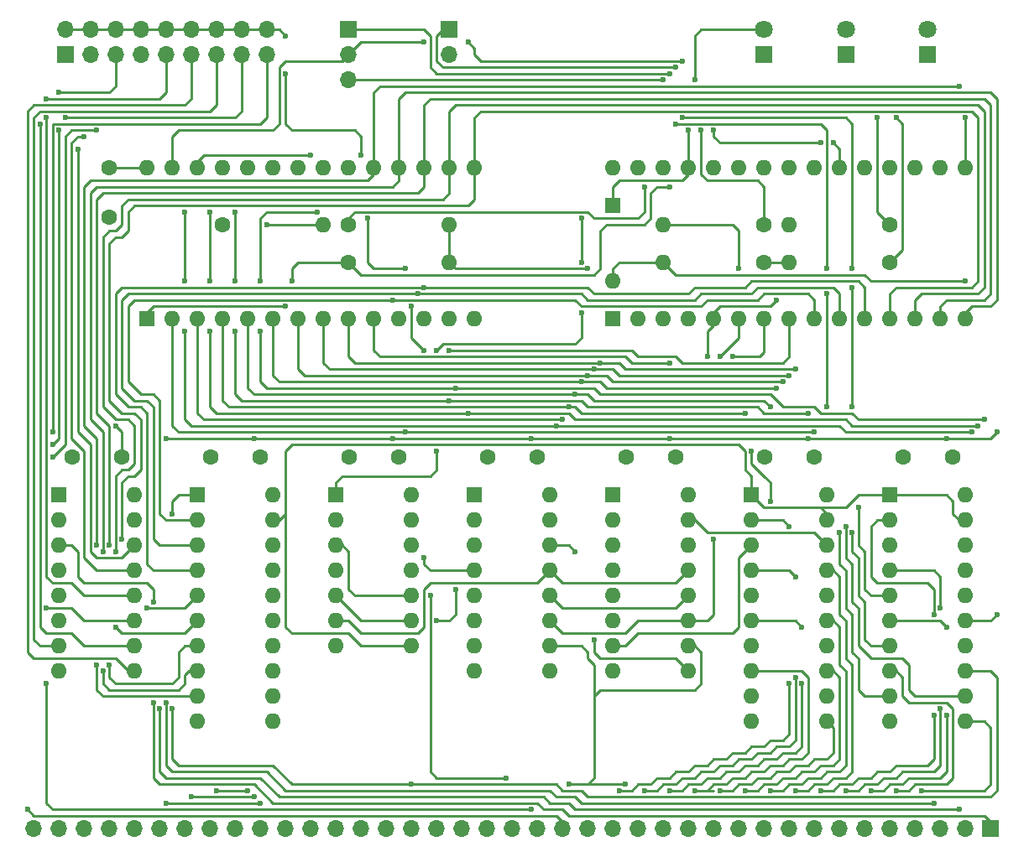
<source format=gtl>
G04 #@! TF.FileFunction,Copper,L1,Top,Signal*
%FSLAX46Y46*%
G04 Gerber Fmt 4.6, Leading zero omitted, Abs format (unit mm)*
G04 Created by KiCad (PCBNEW 4.0.7) date 09/22/19 17:45:42*
%MOMM*%
%LPD*%
G01*
G04 APERTURE LIST*
%ADD10C,0.100000*%
%ADD11R,1.600000X1.600000*%
%ADD12O,1.600000X1.600000*%
%ADD13C,1.600000*%
%ADD14R,1.700000X1.700000*%
%ADD15O,1.700000X1.700000*%
%ADD16R,1.800000X1.800000*%
%ADD17C,1.800000*%
%ADD18C,0.600000*%
%ADD19C,0.250000*%
G04 APERTURE END LIST*
D10*
D11*
X154940000Y-95885000D03*
D12*
X187960000Y-80645000D03*
X157480000Y-95885000D03*
X185420000Y-80645000D03*
X160020000Y-95885000D03*
X182880000Y-80645000D03*
X162560000Y-95885000D03*
X180340000Y-80645000D03*
X165100000Y-95885000D03*
X177800000Y-80645000D03*
X167640000Y-95885000D03*
X175260000Y-80645000D03*
X170180000Y-95885000D03*
X172720000Y-80645000D03*
X172720000Y-95885000D03*
X170180000Y-80645000D03*
X175260000Y-95885000D03*
X167640000Y-80645000D03*
X177800000Y-95885000D03*
X165100000Y-80645000D03*
X180340000Y-95885000D03*
X162560000Y-80645000D03*
X182880000Y-95885000D03*
X160020000Y-80645000D03*
X185420000Y-95885000D03*
X157480000Y-80645000D03*
X187960000Y-95885000D03*
X154940000Y-80645000D03*
X190500000Y-95885000D03*
X190500000Y-80645000D03*
D13*
X105410000Y-109855000D03*
X100410000Y-109855000D03*
X133350000Y-109855000D03*
X128350000Y-109855000D03*
X161290000Y-109855000D03*
X156290000Y-109855000D03*
X147320000Y-109855000D03*
X142320000Y-109855000D03*
X104140000Y-80645000D03*
X104140000Y-85645000D03*
X175260000Y-109855000D03*
X170260000Y-109855000D03*
X189230000Y-109855000D03*
X184230000Y-109855000D03*
X119380000Y-109855000D03*
X114380000Y-109855000D03*
D14*
X193040000Y-147320000D03*
D15*
X190500000Y-147320000D03*
X187960000Y-147320000D03*
X185420000Y-147320000D03*
X182880000Y-147320000D03*
X180340000Y-147320000D03*
X177800000Y-147320000D03*
X175260000Y-147320000D03*
X172720000Y-147320000D03*
X170180000Y-147320000D03*
X167640000Y-147320000D03*
X165100000Y-147320000D03*
X162560000Y-147320000D03*
X160020000Y-147320000D03*
X157480000Y-147320000D03*
X154940000Y-147320000D03*
X152400000Y-147320000D03*
X149860000Y-147320000D03*
X147320000Y-147320000D03*
X144780000Y-147320000D03*
X142240000Y-147320000D03*
X139700000Y-147320000D03*
X137160000Y-147320000D03*
X134620000Y-147320000D03*
X132080000Y-147320000D03*
X129540000Y-147320000D03*
X127000000Y-147320000D03*
X124460000Y-147320000D03*
X121920000Y-147320000D03*
X119380000Y-147320000D03*
X116840000Y-147320000D03*
X114300000Y-147320000D03*
X111760000Y-147320000D03*
X109220000Y-147320000D03*
X106680000Y-147320000D03*
X104140000Y-147320000D03*
X101600000Y-147320000D03*
X99060000Y-147320000D03*
X96520000Y-147320000D03*
D11*
X99060000Y-113665000D03*
D12*
X106680000Y-131445000D03*
X99060000Y-116205000D03*
X106680000Y-128905000D03*
X99060000Y-118745000D03*
X106680000Y-126365000D03*
X99060000Y-121285000D03*
X106680000Y-123825000D03*
X99060000Y-123825000D03*
X106680000Y-121285000D03*
X99060000Y-126365000D03*
X106680000Y-118745000D03*
X99060000Y-128905000D03*
X106680000Y-116205000D03*
X99060000Y-131445000D03*
X106680000Y-113665000D03*
D16*
X186690000Y-69215000D03*
D17*
X186690000Y-66675000D03*
D16*
X178435000Y-69215000D03*
D17*
X178435000Y-66675000D03*
D16*
X170180000Y-69215000D03*
D17*
X170180000Y-66675000D03*
D11*
X154940000Y-84455000D03*
D12*
X154940000Y-92075000D03*
D14*
X99695000Y-69215000D03*
D15*
X99695000Y-66675000D03*
X102235000Y-69215000D03*
X102235000Y-66675000D03*
X104775000Y-69215000D03*
X104775000Y-66675000D03*
X107315000Y-69215000D03*
X107315000Y-66675000D03*
X109855000Y-69215000D03*
X109855000Y-66675000D03*
X112395000Y-69215000D03*
X112395000Y-66675000D03*
X114935000Y-69215000D03*
X114935000Y-66675000D03*
X117475000Y-69215000D03*
X117475000Y-66675000D03*
X120015000Y-69215000D03*
X120015000Y-66675000D03*
D14*
X138430000Y-66675000D03*
D15*
X138430000Y-69215000D03*
D14*
X128270000Y-66675000D03*
D15*
X128270000Y-69215000D03*
X128270000Y-71755000D03*
D13*
X182880000Y-90170000D03*
D12*
X172720000Y-90170000D03*
D13*
X182880000Y-86360000D03*
D12*
X172720000Y-86360000D03*
D13*
X170180000Y-86360000D03*
D12*
X160020000Y-86360000D03*
D13*
X170180000Y-90170000D03*
D12*
X160020000Y-90170000D03*
D11*
X127000000Y-113665000D03*
D12*
X134620000Y-128905000D03*
X127000000Y-116205000D03*
X134620000Y-126365000D03*
X127000000Y-118745000D03*
X134620000Y-123825000D03*
X127000000Y-121285000D03*
X134620000Y-121285000D03*
X127000000Y-123825000D03*
X134620000Y-118745000D03*
X127000000Y-126365000D03*
X134620000Y-116205000D03*
X127000000Y-128905000D03*
X134620000Y-113665000D03*
D11*
X154940000Y-113665000D03*
D12*
X162560000Y-131445000D03*
X154940000Y-116205000D03*
X162560000Y-128905000D03*
X154940000Y-118745000D03*
X162560000Y-126365000D03*
X154940000Y-121285000D03*
X162560000Y-123825000D03*
X154940000Y-123825000D03*
X162560000Y-121285000D03*
X154940000Y-126365000D03*
X162560000Y-118745000D03*
X154940000Y-128905000D03*
X162560000Y-116205000D03*
X154940000Y-131445000D03*
X162560000Y-113665000D03*
D11*
X140970000Y-113665000D03*
D12*
X148590000Y-131445000D03*
X140970000Y-116205000D03*
X148590000Y-128905000D03*
X140970000Y-118745000D03*
X148590000Y-126365000D03*
X140970000Y-121285000D03*
X148590000Y-123825000D03*
X140970000Y-123825000D03*
X148590000Y-121285000D03*
X140970000Y-126365000D03*
X148590000Y-118745000D03*
X140970000Y-128905000D03*
X148590000Y-116205000D03*
X140970000Y-131445000D03*
X148590000Y-113665000D03*
D11*
X107950000Y-95885000D03*
D12*
X140970000Y-80645000D03*
X110490000Y-95885000D03*
X138430000Y-80645000D03*
X113030000Y-95885000D03*
X135890000Y-80645000D03*
X115570000Y-95885000D03*
X133350000Y-80645000D03*
X118110000Y-95885000D03*
X130810000Y-80645000D03*
X120650000Y-95885000D03*
X128270000Y-80645000D03*
X123190000Y-95885000D03*
X125730000Y-80645000D03*
X125730000Y-95885000D03*
X123190000Y-80645000D03*
X128270000Y-95885000D03*
X120650000Y-80645000D03*
X130810000Y-95885000D03*
X118110000Y-80645000D03*
X133350000Y-95885000D03*
X115570000Y-80645000D03*
X135890000Y-95885000D03*
X113030000Y-80645000D03*
X138430000Y-95885000D03*
X110490000Y-80645000D03*
X140970000Y-95885000D03*
X107950000Y-80645000D03*
D11*
X168910000Y-113665000D03*
D12*
X176530000Y-136525000D03*
X168910000Y-116205000D03*
X176530000Y-133985000D03*
X168910000Y-118745000D03*
X176530000Y-131445000D03*
X168910000Y-121285000D03*
X176530000Y-128905000D03*
X168910000Y-123825000D03*
X176530000Y-126365000D03*
X168910000Y-126365000D03*
X176530000Y-123825000D03*
X168910000Y-128905000D03*
X176530000Y-121285000D03*
X168910000Y-131445000D03*
X176530000Y-118745000D03*
X168910000Y-133985000D03*
X176530000Y-116205000D03*
X168910000Y-136525000D03*
X176530000Y-113665000D03*
D11*
X182880000Y-113665000D03*
D12*
X190500000Y-136525000D03*
X182880000Y-116205000D03*
X190500000Y-133985000D03*
X182880000Y-118745000D03*
X190500000Y-131445000D03*
X182880000Y-121285000D03*
X190500000Y-128905000D03*
X182880000Y-123825000D03*
X190500000Y-126365000D03*
X182880000Y-126365000D03*
X190500000Y-123825000D03*
X182880000Y-128905000D03*
X190500000Y-121285000D03*
X182880000Y-131445000D03*
X190500000Y-118745000D03*
X182880000Y-133985000D03*
X190500000Y-116205000D03*
X182880000Y-136525000D03*
X190500000Y-113665000D03*
D11*
X113030000Y-113665000D03*
D12*
X120650000Y-136525000D03*
X113030000Y-116205000D03*
X120650000Y-133985000D03*
X113030000Y-118745000D03*
X120650000Y-131445000D03*
X113030000Y-121285000D03*
X120650000Y-128905000D03*
X113030000Y-123825000D03*
X120650000Y-126365000D03*
X113030000Y-126365000D03*
X120650000Y-123825000D03*
X113030000Y-128905000D03*
X120650000Y-121285000D03*
X113030000Y-131445000D03*
X120650000Y-118745000D03*
X113030000Y-133985000D03*
X120650000Y-116205000D03*
X113030000Y-136525000D03*
X120650000Y-113665000D03*
D13*
X128270000Y-90170000D03*
D12*
X138430000Y-90170000D03*
D13*
X128270000Y-86360000D03*
D12*
X138430000Y-86360000D03*
D13*
X115570000Y-86360000D03*
D12*
X125730000Y-86360000D03*
D18*
X164465000Y-99695000D03*
X171450000Y-93980000D03*
X167640000Y-90805000D03*
X165100000Y-118110000D03*
X165735000Y-99695000D03*
X167005000Y-99695000D03*
X138430000Y-99060000D03*
X139065000Y-123190000D03*
X137160000Y-126365000D03*
X132715000Y-93980000D03*
X135255000Y-93345000D03*
X135890000Y-92710000D03*
X161290000Y-70485000D03*
X162560000Y-76835000D03*
X105410000Y-118110000D03*
X107950000Y-125095000D03*
X104775000Y-127000000D03*
X104775000Y-119380000D03*
X104140000Y-130810000D03*
X104140000Y-118745000D03*
X103505000Y-119380000D03*
X103505000Y-131445000D03*
X189865000Y-72390000D03*
X190500000Y-75565000D03*
X102870000Y-118745000D03*
X102870000Y-130810000D03*
X152400000Y-90805000D03*
X120015000Y-86360000D03*
X156210000Y-142875000D03*
X150495000Y-142875000D03*
X190500000Y-92075000D03*
X193675000Y-125730000D03*
X109855000Y-107950000D03*
X104775000Y-106680000D03*
X193675000Y-107315000D03*
X95885000Y-145415000D03*
X188595000Y-107950000D03*
X174625000Y-107950000D03*
X160655000Y-107950000D03*
X146685000Y-107950000D03*
X132715000Y-107950000D03*
X118745000Y-107950000D03*
X108585000Y-134620000D03*
X108585000Y-124460000D03*
X189865000Y-145415000D03*
X109220000Y-135255000D03*
X187325000Y-144780000D03*
X109855000Y-134620000D03*
X186055000Y-143510000D03*
X183515000Y-143510000D03*
X188595000Y-127000000D03*
X188595000Y-135890000D03*
X180975000Y-143510000D03*
X178435000Y-143510000D03*
X187960000Y-135255000D03*
X187960000Y-125095000D03*
X187325000Y-125730000D03*
X187325000Y-135890000D03*
X175895000Y-143510000D03*
X173355000Y-143510000D03*
X170815000Y-143510000D03*
X168275000Y-143510000D03*
X165735000Y-143510000D03*
X163195000Y-143510000D03*
X160655000Y-143510000D03*
X173990000Y-127000000D03*
X173990000Y-132715000D03*
X158115000Y-143510000D03*
X173355000Y-121920000D03*
X173355000Y-132080000D03*
X155575000Y-143510000D03*
X172720000Y-132715000D03*
X172720000Y-116840000D03*
X97790000Y-132715000D03*
X146685000Y-145415000D03*
X110490000Y-135255000D03*
X110490000Y-115570000D03*
X134620000Y-142875000D03*
X114935000Y-143510000D03*
X118110000Y-143510000D03*
X118745000Y-144145000D03*
X112395000Y-144145000D03*
X109855000Y-144780000D03*
X119380000Y-144780000D03*
X99695000Y-75565000D03*
X98425000Y-108585000D03*
X99060000Y-76835000D03*
X98425000Y-107315000D03*
X97790000Y-73660000D03*
X97155000Y-76200000D03*
X97790000Y-125095000D03*
X102870000Y-76835000D03*
X98425000Y-109855000D03*
X99060000Y-73025000D03*
X97790000Y-75565000D03*
X101600000Y-77470000D03*
X100965000Y-78740000D03*
X183515000Y-75565000D03*
X181610000Y-75565000D03*
X163195000Y-71755000D03*
X163830000Y-76835000D03*
X130175000Y-85725000D03*
X133985000Y-90805000D03*
X135890000Y-99060000D03*
X137160000Y-109220000D03*
X134620000Y-94615000D03*
X121920000Y-67310000D03*
X121920000Y-71120000D03*
X129540000Y-79375000D03*
X179070000Y-104775000D03*
X179070000Y-92710000D03*
X179070000Y-90805000D03*
X179705000Y-114935000D03*
X160655000Y-71120000D03*
X161925000Y-75565000D03*
X140335000Y-67945000D03*
X135890000Y-67945000D03*
X177165000Y-78105000D03*
X175895000Y-78105000D03*
X165100000Y-76835000D03*
X161925000Y-69850000D03*
X176530000Y-104775000D03*
X160020000Y-71755000D03*
X161290000Y-76200000D03*
X176530000Y-93345000D03*
X176530000Y-90805000D03*
X179070000Y-117475000D03*
X173355000Y-100965000D03*
X153670000Y-100330000D03*
X151130000Y-119380000D03*
X153035000Y-128270000D03*
X172720000Y-101600000D03*
X153035000Y-100965000D03*
X172085000Y-102235000D03*
X152400000Y-101600000D03*
X171450000Y-102870000D03*
X151765000Y-102235000D03*
X170815000Y-104775000D03*
X151130000Y-103505000D03*
X168275000Y-105410000D03*
X170815000Y-114300000D03*
X168910000Y-109220000D03*
X150495000Y-104775000D03*
X149860000Y-106045000D03*
X160655000Y-100330000D03*
X191770000Y-106680000D03*
X140335000Y-105410000D03*
X114300000Y-85090000D03*
X114300000Y-92075000D03*
X114300000Y-97155000D03*
X125095000Y-85090000D03*
X192405000Y-106045000D03*
X139065000Y-102870000D03*
X119380000Y-97155000D03*
X119380000Y-92075000D03*
X174625000Y-105410000D03*
X138430000Y-104140000D03*
X178435000Y-116840000D03*
X116840000Y-97155000D03*
X116840000Y-92075000D03*
X116840000Y-85090000D03*
X177800000Y-117475000D03*
X175260000Y-107315000D03*
X133985000Y-107315000D03*
X135890000Y-120015000D03*
X111760000Y-92075000D03*
X111760000Y-85090000D03*
X191135000Y-107315000D03*
X111760000Y-97155000D03*
X149225000Y-106680000D03*
X158115000Y-82550000D03*
X124460000Y-79375000D03*
X122555000Y-92075000D03*
X160655000Y-82550000D03*
X121920000Y-94615000D03*
X151765000Y-85725000D03*
X136525000Y-123825000D03*
X137160000Y-99060000D03*
X144145000Y-142240000D03*
X151765000Y-90170000D03*
X151765000Y-95250000D03*
D19*
X165100000Y-96520000D02*
X164465000Y-97155000D01*
X164465000Y-97155000D02*
X164465000Y-99695000D01*
X165100000Y-96520000D02*
X165100000Y-95885000D01*
X165100000Y-96520000D02*
X165100000Y-95885000D01*
X165735000Y-94615000D02*
X165100000Y-95250000D01*
X170815000Y-94615000D02*
X165735000Y-94615000D01*
X171450000Y-93980000D02*
X170815000Y-94615000D01*
X165100000Y-95250000D02*
X165100000Y-95885000D01*
X167640000Y-90805000D02*
X167640000Y-86995000D01*
X166370000Y-99060000D02*
X165735000Y-99695000D01*
X165100000Y-125730000D02*
X165100000Y-118110000D01*
X164465000Y-126365000D02*
X165100000Y-125730000D01*
X162560000Y-126365000D02*
X164465000Y-126365000D01*
X167640000Y-97790000D02*
X166370000Y-99060000D01*
X167640000Y-97790000D02*
X167640000Y-95885000D01*
X167640000Y-95885000D02*
X167640000Y-96520000D01*
X162560000Y-126365000D02*
X157480000Y-126365000D01*
X157480000Y-126365000D02*
X156210000Y-127635000D01*
X148590000Y-126365000D02*
X149860000Y-127635000D01*
X149860000Y-127635000D02*
X156210000Y-127635000D01*
X160020000Y-86360000D02*
X167005000Y-86360000D01*
X167005000Y-86360000D02*
X167640000Y-86995000D01*
X170180000Y-98425000D02*
X170180000Y-99244998D01*
X169729998Y-99695000D02*
X167005000Y-99695000D01*
X170180000Y-99244998D02*
X169729998Y-99695000D01*
X170180000Y-98425000D02*
X170180000Y-95885000D01*
X148590000Y-123825000D02*
X149860000Y-125095000D01*
X161290000Y-125095000D02*
X162560000Y-123825000D01*
X149860000Y-125095000D02*
X161290000Y-125095000D01*
X156845000Y-99060000D02*
X157480000Y-99695000D01*
X172720000Y-99695000D02*
X172720000Y-99060000D01*
X172085000Y-100330000D02*
X172720000Y-99695000D01*
X161925000Y-100330000D02*
X172085000Y-100330000D01*
X161290000Y-99695000D02*
X161925000Y-100330000D01*
X157480000Y-99695000D02*
X161290000Y-99695000D01*
X138430000Y-99060000D02*
X141605000Y-99060000D01*
X139065000Y-124460000D02*
X139065000Y-125730000D01*
X139065000Y-123190000D02*
X139065000Y-124460000D01*
X138430000Y-126365000D02*
X137160000Y-126365000D01*
X139065000Y-125730000D02*
X138430000Y-126365000D01*
X156845000Y-99060000D02*
X141605000Y-99060000D01*
X172720000Y-95885000D02*
X172720000Y-99060000D01*
X128270000Y-125095000D02*
X129540000Y-126365000D01*
X129540000Y-126365000D02*
X134620000Y-126365000D01*
X127000000Y-123825000D02*
X128270000Y-125095000D01*
X172720000Y-90170000D02*
X170180000Y-90170000D01*
X151130000Y-93980000D02*
X132715000Y-93980000D01*
X132715000Y-93980000D02*
X106680000Y-93980000D01*
X106680000Y-93980000D02*
X106045000Y-94615000D01*
X175260000Y-94615000D02*
X175260000Y-93980000D01*
X174625000Y-93345000D02*
X173990000Y-93345000D01*
X175260000Y-93980000D02*
X174625000Y-93345000D01*
X151130000Y-93980000D02*
X151765000Y-94615000D01*
X169545000Y-93980000D02*
X164465000Y-93980000D01*
X173990000Y-93345000D02*
X170180000Y-93345000D01*
X175260000Y-95885000D02*
X175260000Y-94615000D01*
X170180000Y-93345000D02*
X169545000Y-93980000D01*
X163830000Y-94615000D02*
X151765000Y-94615000D01*
X164465000Y-93980000D02*
X163830000Y-94615000D01*
X106045000Y-95250000D02*
X106045000Y-94615000D01*
X108585000Y-103505000D02*
X107315000Y-103505000D01*
X109220000Y-104140000D02*
X108585000Y-103505000D01*
X109855000Y-116205000D02*
X113030000Y-116205000D01*
X109220000Y-115570000D02*
X109220000Y-109220000D01*
X109855000Y-116205000D02*
X109220000Y-115570000D01*
X109220000Y-109220000D02*
X109220000Y-104140000D01*
X106045000Y-102235000D02*
X106045000Y-95250000D01*
X107315000Y-103505000D02*
X106045000Y-102235000D01*
X135255000Y-93345000D02*
X106045000Y-93345000D01*
X106045000Y-93345000D02*
X105410000Y-93980000D01*
X151765000Y-93345000D02*
X135255000Y-93345000D01*
X152400000Y-93980000D02*
X151765000Y-93345000D01*
X105410000Y-93980000D02*
X105410000Y-94615000D01*
X168910000Y-93345000D02*
X163830000Y-93345000D01*
X163830000Y-93345000D02*
X163195000Y-93980000D01*
X163195000Y-93980000D02*
X152400000Y-93980000D01*
X169545000Y-92710000D02*
X168910000Y-93345000D01*
X105410000Y-98425000D02*
X105410000Y-94615000D01*
X107950000Y-104140000D02*
X106680000Y-104140000D01*
X108585000Y-104775000D02*
X107950000Y-104140000D01*
X109220000Y-118745000D02*
X113030000Y-118745000D01*
X108585000Y-118110000D02*
X108585000Y-109855000D01*
X109220000Y-118745000D02*
X108585000Y-118110000D01*
X108585000Y-109855000D02*
X108585000Y-104775000D01*
X105410000Y-102870000D02*
X105410000Y-98425000D01*
X106680000Y-104140000D02*
X105410000Y-102870000D01*
X177800000Y-95885000D02*
X177800000Y-93345000D01*
X177165000Y-92710000D02*
X169545000Y-92710000D01*
X177800000Y-93345000D02*
X177165000Y-92710000D01*
X135890000Y-92710000D02*
X105410000Y-92710000D01*
X105410000Y-92710000D02*
X104775000Y-93345000D01*
X152400000Y-92710000D02*
X135890000Y-92710000D01*
X104775000Y-93980000D02*
X104775000Y-93345000D01*
X104775000Y-99060000D02*
X104775000Y-93980000D01*
X106045000Y-104775000D02*
X104775000Y-103505000D01*
X104775000Y-103505000D02*
X104775000Y-99060000D01*
X107950000Y-110490000D02*
X107950000Y-105410000D01*
X108585000Y-121285000D02*
X107950000Y-120650000D01*
X107950000Y-120650000D02*
X107950000Y-110490000D01*
X108585000Y-121285000D02*
X113030000Y-121285000D01*
X107950000Y-105410000D02*
X107315000Y-104775000D01*
X107315000Y-104775000D02*
X106045000Y-104775000D01*
X152400000Y-92710000D02*
X153035000Y-93345000D01*
X165735000Y-92710000D02*
X168275000Y-92710000D01*
X180340000Y-92710000D02*
X179705000Y-92075000D01*
X179705000Y-92075000D02*
X168910000Y-92075000D01*
X180340000Y-95885000D02*
X180340000Y-92710000D01*
X168275000Y-92710000D02*
X168910000Y-92075000D01*
X153035000Y-93345000D02*
X162560000Y-93345000D01*
X163195000Y-92710000D02*
X165735000Y-92710000D01*
X162560000Y-93345000D02*
X163195000Y-92710000D01*
X137160000Y-67310000D02*
X137795000Y-66675000D01*
X161290000Y-70485000D02*
X137795000Y-70485000D01*
X137795000Y-70485000D02*
X137160000Y-69850000D01*
X137160000Y-69850000D02*
X137160000Y-67310000D01*
X137795000Y-66675000D02*
X138430000Y-66675000D01*
X162560000Y-76835000D02*
X162560000Y-80645000D01*
X162560000Y-80645000D02*
X162560000Y-81280000D01*
X162560000Y-81280000D02*
X161925000Y-81915000D01*
X161925000Y-81915000D02*
X155575000Y-81915000D01*
X155575000Y-81915000D02*
X154940000Y-82550000D01*
X154940000Y-82550000D02*
X154940000Y-84455000D01*
X140970000Y-83185000D02*
X140970000Y-83820000D01*
X106680000Y-84455000D02*
X106045000Y-85090000D01*
X140335000Y-84455000D02*
X106680000Y-84455000D01*
X140970000Y-83820000D02*
X140335000Y-84455000D01*
X104140000Y-99060000D02*
X104140000Y-88265000D01*
X104140000Y-88265000D02*
X104775000Y-87630000D01*
X104775000Y-87630000D02*
X105410000Y-87630000D01*
X105410000Y-87630000D02*
X106045000Y-86995000D01*
X106045000Y-86995000D02*
X106045000Y-85090000D01*
X111760000Y-125095000D02*
X107950000Y-125095000D01*
X105410000Y-105410000D02*
X106680000Y-105410000D01*
X105410000Y-112395000D02*
X106045000Y-111760000D01*
X106045000Y-111760000D02*
X106680000Y-111760000D01*
X106680000Y-111760000D02*
X107315000Y-111125000D01*
X107315000Y-111125000D02*
X107315000Y-108585000D01*
X105410000Y-105410000D02*
X104140000Y-104140000D01*
X104140000Y-99060000D02*
X104140000Y-104140000D01*
X113030000Y-123825000D02*
X111760000Y-125095000D01*
X107315000Y-107315000D02*
X107315000Y-108585000D01*
X107315000Y-106045000D02*
X107315000Y-107315000D01*
X106680000Y-105410000D02*
X107315000Y-106045000D01*
X105410000Y-112395000D02*
X105410000Y-118110000D01*
X140970000Y-83185000D02*
X140970000Y-80645000D01*
X165100000Y-74930000D02*
X141605000Y-74930000D01*
X191770000Y-75565000D02*
X191135000Y-74930000D01*
X191135000Y-74930000D02*
X165100000Y-74930000D01*
X190500000Y-92710000D02*
X191135000Y-92710000D01*
X182880000Y-95885000D02*
X182880000Y-93345000D01*
X183515000Y-92710000D02*
X190500000Y-92710000D01*
X182880000Y-93345000D02*
X183515000Y-92710000D01*
X191770000Y-92075000D02*
X191770000Y-80010000D01*
X191135000Y-92710000D02*
X191770000Y-92075000D01*
X191770000Y-80010000D02*
X191770000Y-75565000D01*
X140970000Y-75565000D02*
X140970000Y-80645000D01*
X141605000Y-74930000D02*
X140970000Y-75565000D01*
X138430000Y-82550000D02*
X138430000Y-83185000D01*
X106045000Y-83820000D02*
X105410000Y-84455000D01*
X137795000Y-83820000D02*
X106045000Y-83820000D01*
X138430000Y-83185000D02*
X137795000Y-83820000D01*
X103505000Y-99060000D02*
X103505000Y-87630000D01*
X103505000Y-87630000D02*
X104140000Y-86995000D01*
X104140000Y-86995000D02*
X104775000Y-86995000D01*
X104775000Y-86995000D02*
X105410000Y-86360000D01*
X105410000Y-86360000D02*
X105410000Y-84455000D01*
X106680000Y-107950000D02*
X106680000Y-106680000D01*
X103505000Y-99060000D02*
X103505000Y-104775000D01*
X105410000Y-127635000D02*
X104775000Y-127000000D01*
X104775000Y-119380000D02*
X104775000Y-111760000D01*
X104775000Y-111760000D02*
X105410000Y-111125000D01*
X105410000Y-111125000D02*
X106045000Y-111125000D01*
X106045000Y-111125000D02*
X106680000Y-110490000D01*
X106680000Y-110490000D02*
X106680000Y-109220000D01*
X113030000Y-126365000D02*
X111760000Y-127635000D01*
X111760000Y-127635000D02*
X105410000Y-127635000D01*
X106680000Y-107950000D02*
X106680000Y-109220000D01*
X104775000Y-106045000D02*
X103505000Y-104775000D01*
X106045000Y-106045000D02*
X104775000Y-106045000D01*
X106680000Y-106680000D02*
X106045000Y-106045000D01*
X138430000Y-82550000D02*
X138430000Y-80645000D01*
X156845000Y-74295000D02*
X139065000Y-74295000D01*
X192405000Y-74930000D02*
X191770000Y-74295000D01*
X191770000Y-74295000D02*
X156845000Y-74295000D01*
X192405000Y-76835000D02*
X192405000Y-87630000D01*
X191770000Y-93345000D02*
X192405000Y-92710000D01*
X192405000Y-92710000D02*
X192405000Y-87630000D01*
X185420000Y-93980000D02*
X186055000Y-93345000D01*
X186055000Y-93345000D02*
X191135000Y-93345000D01*
X185420000Y-95885000D02*
X185420000Y-93980000D01*
X191135000Y-93345000D02*
X191770000Y-93345000D01*
X192405000Y-76835000D02*
X192405000Y-74930000D01*
X138430000Y-74930000D02*
X138430000Y-80645000D01*
X139065000Y-74295000D02*
X138430000Y-74930000D01*
X135890000Y-81915000D02*
X135890000Y-82550000D01*
X103505000Y-83185000D02*
X102870000Y-83820000D01*
X135255000Y-83185000D02*
X103505000Y-83185000D01*
X135890000Y-82550000D02*
X135255000Y-83185000D01*
X102870000Y-94615000D02*
X102870000Y-83820000D01*
X104140000Y-118745000D02*
X104140000Y-106680000D01*
X104775000Y-132715000D02*
X104140000Y-132080000D01*
X104140000Y-132080000D02*
X104140000Y-130810000D01*
X113030000Y-128905000D02*
X111760000Y-128905000D01*
X110490000Y-132715000D02*
X108585000Y-132715000D01*
X111125000Y-132080000D02*
X110490000Y-132715000D01*
X111125000Y-129540000D02*
X111125000Y-132080000D01*
X111760000Y-128905000D02*
X111125000Y-129540000D01*
X108585000Y-132715000D02*
X104775000Y-132715000D01*
X102870000Y-105410000D02*
X102870000Y-94615000D01*
X104140000Y-106680000D02*
X102870000Y-105410000D01*
X135890000Y-81915000D02*
X135890000Y-80645000D01*
X155575000Y-73660000D02*
X136525000Y-73660000D01*
X193040000Y-74295000D02*
X192405000Y-73660000D01*
X192405000Y-73660000D02*
X155575000Y-73660000D01*
X191770000Y-93980000D02*
X192405000Y-93980000D01*
X193040000Y-93345000D02*
X193040000Y-78105000D01*
X192405000Y-93980000D02*
X193040000Y-93345000D01*
X193040000Y-78105000D02*
X193040000Y-74295000D01*
X135890000Y-74295000D02*
X135890000Y-80645000D01*
X136525000Y-73660000D02*
X135890000Y-74295000D01*
X187960000Y-94615000D02*
X188595000Y-93980000D01*
X188595000Y-93980000D02*
X191770000Y-93980000D01*
X191770000Y-93980000D02*
X191954998Y-93980000D01*
X187960000Y-94615000D02*
X187960000Y-95885000D01*
X133350000Y-80645000D02*
X133350000Y-81915000D01*
X102870000Y-82550000D02*
X102235000Y-83185000D01*
X132715000Y-82550000D02*
X102870000Y-82550000D01*
X133350000Y-81915000D02*
X132715000Y-82550000D01*
X133350000Y-81280000D02*
X133350000Y-80645000D01*
X102235000Y-93980000D02*
X102235000Y-83185000D01*
X113030000Y-131445000D02*
X112210002Y-131445000D01*
X111760000Y-131895002D02*
X111760000Y-132715000D01*
X112210002Y-131445000D02*
X111760000Y-131895002D01*
X111760000Y-132715000D02*
X111125000Y-133350000D01*
X102235000Y-106045000D02*
X102235000Y-93980000D01*
X103505000Y-107315000D02*
X102235000Y-106045000D01*
X103505000Y-119380000D02*
X103505000Y-107315000D01*
X103505000Y-132715000D02*
X103505000Y-131445000D01*
X104140000Y-133350000D02*
X103505000Y-132715000D01*
X111125000Y-133350000D02*
X104140000Y-133350000D01*
X154940000Y-73025000D02*
X133985000Y-73025000D01*
X193675000Y-73660000D02*
X193040000Y-73025000D01*
X193040000Y-73025000D02*
X154940000Y-73025000D01*
X192405000Y-94615000D02*
X193040000Y-94615000D01*
X193675000Y-93980000D02*
X193675000Y-76835000D01*
X193040000Y-94615000D02*
X193675000Y-93980000D01*
X190500000Y-95250000D02*
X191135000Y-94615000D01*
X191135000Y-94615000D02*
X192405000Y-94615000D01*
X193675000Y-76835000D02*
X193675000Y-73660000D01*
X133350000Y-73660000D02*
X133350000Y-80645000D01*
X133985000Y-73025000D02*
X133350000Y-73660000D01*
X190500000Y-95885000D02*
X190500000Y-95250000D01*
X190500000Y-80645000D02*
X190500000Y-75565000D01*
X189865000Y-72390000D02*
X161925000Y-72390000D01*
X130810000Y-73025000D02*
X131445000Y-72390000D01*
X131445000Y-72390000D02*
X161925000Y-72390000D01*
X130810000Y-73025000D02*
X130810000Y-80645000D01*
X130810000Y-80645000D02*
X130810000Y-81280000D01*
X130810000Y-81280000D02*
X130175000Y-81915000D01*
X102235000Y-81915000D02*
X101600000Y-82550000D01*
X130175000Y-81915000D02*
X102235000Y-81915000D01*
X101600000Y-93980000D02*
X101600000Y-82550000D01*
X102870000Y-132080000D02*
X102870000Y-130810000D01*
X103505000Y-133985000D02*
X102870000Y-133350000D01*
X102870000Y-133350000D02*
X102870000Y-132080000D01*
X113030000Y-133985000D02*
X103505000Y-133985000D01*
X101600000Y-106680000D02*
X101600000Y-99060000D01*
X102870000Y-107950000D02*
X101600000Y-106680000D01*
X102870000Y-118745000D02*
X102870000Y-107950000D01*
X101600000Y-93980000D02*
X101600000Y-99060000D01*
X138430000Y-90170000D02*
X139065000Y-90805000D01*
X139065000Y-90805000D02*
X152400000Y-90805000D01*
X120015000Y-86360000D02*
X125730000Y-86360000D01*
X138430000Y-90170000D02*
X138430000Y-86360000D01*
X153035000Y-136525000D02*
X153035000Y-142240000D01*
X153035000Y-133985000D02*
X153035000Y-136525000D01*
X153035000Y-142240000D02*
X152400000Y-142875000D01*
X153035000Y-133985000D02*
X153670000Y-133350000D01*
X163195000Y-133350000D02*
X163830000Y-132715000D01*
X153670000Y-133350000D02*
X163195000Y-133350000D01*
X163830000Y-129540000D02*
X163195000Y-128905000D01*
X163830000Y-129540000D02*
X163830000Y-132080000D01*
X163830000Y-132715000D02*
X163830000Y-132080000D01*
X153035000Y-133350000D02*
X153035000Y-133985000D01*
X153035000Y-132715000D02*
X153035000Y-133350000D01*
X148590000Y-128905000D02*
X151765000Y-128905000D01*
X153035000Y-130810000D02*
X153035000Y-132715000D01*
X152400000Y-130175000D02*
X153035000Y-130810000D01*
X152400000Y-129540000D02*
X152400000Y-130175000D01*
X151765000Y-128905000D02*
X152400000Y-129540000D01*
X152400000Y-142875000D02*
X156210000Y-142875000D01*
X150495000Y-142875000D02*
X152400000Y-142875000D01*
X162560000Y-128905000D02*
X163195000Y-128905000D01*
X148590000Y-128905000D02*
X149225000Y-128905000D01*
X160020000Y-90170000D02*
X161290000Y-91440000D01*
X180975000Y-92075000D02*
X190500000Y-92075000D01*
X180340000Y-91440000D02*
X180975000Y-92075000D01*
X161290000Y-91440000D02*
X180340000Y-91440000D01*
X160020000Y-90170000D02*
X155575000Y-90170000D01*
X154940000Y-90805000D02*
X154940000Y-92075000D01*
X155575000Y-90170000D02*
X154940000Y-90805000D01*
X193040000Y-126365000D02*
X190500000Y-126365000D01*
X193675000Y-125730000D02*
X193040000Y-126365000D01*
X111125000Y-107950000D02*
X109855000Y-107950000D01*
X118745000Y-107950000D02*
X111125000Y-107950000D01*
X105410000Y-109855000D02*
X105410000Y-107315000D01*
X105410000Y-107315000D02*
X104775000Y-106680000D01*
X193040000Y-107950000D02*
X188595000Y-107950000D01*
X193675000Y-107315000D02*
X193040000Y-107950000D01*
X149860000Y-146685000D02*
X149225000Y-146050000D01*
X149225000Y-146050000D02*
X96520000Y-146050000D01*
X96520000Y-146050000D02*
X95885000Y-145415000D01*
X174625000Y-107950000D02*
X188595000Y-107950000D01*
X160655000Y-107950000D02*
X174625000Y-107950000D01*
X146685000Y-107950000D02*
X160655000Y-107950000D01*
X132715000Y-107950000D02*
X146685000Y-107950000D01*
X118745000Y-107950000D02*
X132715000Y-107950000D01*
X149860000Y-147320000D02*
X149860000Y-146685000D01*
X104140000Y-80645000D02*
X107950000Y-80645000D01*
X133350000Y-144780000D02*
X147320000Y-144780000D01*
X118745000Y-142875000D02*
X120650000Y-144780000D01*
X120650000Y-144780000D02*
X133350000Y-144780000D01*
X100330000Y-118745000D02*
X100965000Y-119380000D01*
X100965000Y-119380000D02*
X100965000Y-121920000D01*
X100965000Y-121920000D02*
X101600000Y-122555000D01*
X101600000Y-122555000D02*
X107315000Y-122555000D01*
X99060000Y-118745000D02*
X100330000Y-118745000D01*
X107950000Y-122555000D02*
X108585000Y-123190000D01*
X108585000Y-123190000D02*
X108585000Y-124460000D01*
X107315000Y-122555000D02*
X107950000Y-122555000D01*
X109220000Y-142875000D02*
X116205000Y-142875000D01*
X116205000Y-142875000D02*
X118745000Y-142875000D01*
X108585000Y-142240000D02*
X109220000Y-142875000D01*
X108585000Y-134620000D02*
X108585000Y-142240000D01*
X192405000Y-146050000D02*
X193040000Y-146685000D01*
X150495000Y-146050000D02*
X192405000Y-146050000D01*
X149860000Y-145415000D02*
X150495000Y-146050000D01*
X147955000Y-145415000D02*
X149860000Y-145415000D01*
X147320000Y-144780000D02*
X147955000Y-145415000D01*
X193040000Y-146685000D02*
X193040000Y-147320000D01*
X99060000Y-118745000D02*
X99695000Y-118745000D01*
X147955000Y-144145000D02*
X148590000Y-144780000D01*
X151130000Y-145415000D02*
X189865000Y-145415000D01*
X150495000Y-144780000D02*
X151130000Y-145415000D01*
X148590000Y-144780000D02*
X150495000Y-144780000D01*
X147955000Y-144145000D02*
X133350000Y-144145000D01*
X109220000Y-135255000D02*
X109220000Y-141605000D01*
X109220000Y-141605000D02*
X109855000Y-142240000D01*
X109855000Y-142240000D02*
X119380000Y-142240000D01*
X119380000Y-142240000D02*
X121285000Y-144145000D01*
X121285000Y-144145000D02*
X133350000Y-144145000D01*
X148590000Y-143510000D02*
X149225000Y-144145000D01*
X151765000Y-144780000D02*
X187325000Y-144780000D01*
X151130000Y-144145000D02*
X151765000Y-144780000D01*
X149225000Y-144145000D02*
X151130000Y-144145000D01*
X121920000Y-143510000D02*
X148590000Y-143510000D01*
X120015000Y-141605000D02*
X121920000Y-143510000D01*
X110490000Y-141605000D02*
X120015000Y-141605000D01*
X109855000Y-140970000D02*
X110490000Y-141605000D01*
X109855000Y-134620000D02*
X109855000Y-140970000D01*
X190500000Y-136525000D02*
X192405000Y-136525000D01*
X192405000Y-143510000D02*
X186055000Y-143510000D01*
X193040000Y-142875000D02*
X192405000Y-143510000D01*
X193040000Y-137160000D02*
X193040000Y-142875000D01*
X192405000Y-136525000D02*
X193040000Y-137160000D01*
X189230000Y-137160000D02*
X189230000Y-135255000D01*
X184785000Y-134620000D02*
X184150000Y-133985000D01*
X188595000Y-134620000D02*
X184785000Y-134620000D01*
X189230000Y-135255000D02*
X188595000Y-134620000D01*
X189230000Y-137795000D02*
X189230000Y-137160000D01*
X183515000Y-143510000D02*
X184785000Y-143510000D01*
X184785000Y-143510000D02*
X185420000Y-142875000D01*
X185420000Y-142875000D02*
X188595000Y-142875000D01*
X188595000Y-142875000D02*
X189230000Y-142240000D01*
X189230000Y-142240000D02*
X189230000Y-137795000D01*
X184150000Y-132080000D02*
X183515000Y-131445000D01*
X184150000Y-133985000D02*
X184150000Y-132080000D01*
X183515000Y-131445000D02*
X182880000Y-131445000D01*
X188595000Y-127000000D02*
X187960000Y-126365000D01*
X180975000Y-143510000D02*
X182245000Y-143510000D01*
X182245000Y-143510000D02*
X182880000Y-142875000D01*
X182880000Y-142875000D02*
X184150000Y-142875000D01*
X184150000Y-142875000D02*
X184785000Y-142240000D01*
X184785000Y-142240000D02*
X187960000Y-142240000D01*
X187960000Y-142240000D02*
X188595000Y-141605000D01*
X188595000Y-141605000D02*
X188595000Y-135890000D01*
X187960000Y-126365000D02*
X182880000Y-126365000D01*
X187960000Y-121920000D02*
X187960000Y-125095000D01*
X178435000Y-143510000D02*
X179705000Y-143510000D01*
X179705000Y-143510000D02*
X180340000Y-142875000D01*
X180340000Y-142875000D02*
X181610000Y-142875000D01*
X181610000Y-142875000D02*
X182245000Y-142240000D01*
X182245000Y-142240000D02*
X183515000Y-142240000D01*
X183515000Y-142240000D02*
X184150000Y-141605000D01*
X184150000Y-141605000D02*
X187325000Y-141605000D01*
X187325000Y-141605000D02*
X187960000Y-140970000D01*
X187960000Y-140970000D02*
X187960000Y-135255000D01*
X187960000Y-121920000D02*
X187325000Y-121285000D01*
X182880000Y-121285000D02*
X187325000Y-121285000D01*
X182880000Y-116205000D02*
X181610000Y-116205000D01*
X187325000Y-123190000D02*
X187325000Y-125730000D01*
X186690000Y-122555000D02*
X187325000Y-123190000D01*
X181610000Y-122555000D02*
X186690000Y-122555000D01*
X180975000Y-121920000D02*
X181610000Y-122555000D01*
X180975000Y-116840000D02*
X180975000Y-121920000D01*
X181610000Y-116205000D02*
X180975000Y-116840000D01*
X187325000Y-140335000D02*
X187325000Y-135890000D01*
X186690000Y-140970000D02*
X187325000Y-140335000D01*
X183515000Y-140970000D02*
X186690000Y-140970000D01*
X182880000Y-141605000D02*
X183515000Y-140970000D01*
X181610000Y-141605000D02*
X182880000Y-141605000D01*
X180975000Y-142240000D02*
X181610000Y-141605000D01*
X179705000Y-142240000D02*
X180975000Y-142240000D01*
X179070000Y-142875000D02*
X179705000Y-142240000D01*
X177800000Y-142875000D02*
X179070000Y-142875000D01*
X177165000Y-143510000D02*
X177800000Y-142875000D01*
X175895000Y-143510000D02*
X177165000Y-143510000D01*
X177165000Y-142240000D02*
X178435000Y-142240000D01*
X179070000Y-141605000D02*
X179070000Y-140335000D01*
X178435000Y-142240000D02*
X179070000Y-141605000D01*
X175260000Y-142875000D02*
X174625000Y-143510000D01*
X174625000Y-143510000D02*
X173355000Y-143510000D01*
X179070000Y-137795000D02*
X179070000Y-130810000D01*
X177165000Y-121285000D02*
X177800000Y-121920000D01*
X176530000Y-142875000D02*
X175260000Y-142875000D01*
X177165000Y-142240000D02*
X176530000Y-142875000D01*
X179070000Y-137795000D02*
X179070000Y-140335000D01*
X177800000Y-125730000D02*
X177800000Y-122555000D01*
X178435000Y-126365000D02*
X177800000Y-125730000D01*
X178435000Y-130175000D02*
X178435000Y-126365000D01*
X179070000Y-130810000D02*
X178435000Y-130175000D01*
X177800000Y-122555000D02*
X177800000Y-121920000D01*
X177165000Y-121285000D02*
X176530000Y-121285000D01*
X178435000Y-139700000D02*
X178435000Y-140970000D01*
X177800000Y-141605000D02*
X176530000Y-141605000D01*
X178435000Y-140970000D02*
X177800000Y-141605000D01*
X175895000Y-142240000D02*
X176530000Y-141605000D01*
X174625000Y-142240000D02*
X175895000Y-142240000D01*
X170815000Y-143510000D02*
X172085000Y-143510000D01*
X172085000Y-143510000D02*
X172720000Y-142875000D01*
X172720000Y-142875000D02*
X173990000Y-142875000D01*
X173990000Y-142875000D02*
X174625000Y-142240000D01*
X176530000Y-126365000D02*
X177165000Y-126365000D01*
X177165000Y-126365000D02*
X177800000Y-127000000D01*
X178435000Y-137160000D02*
X178435000Y-131445000D01*
X178435000Y-137160000D02*
X178435000Y-139700000D01*
X177800000Y-130810000D02*
X177800000Y-127000000D01*
X178435000Y-131445000D02*
X177800000Y-130810000D01*
X177800000Y-139065000D02*
X177800000Y-140335000D01*
X177165000Y-140970000D02*
X175895000Y-140970000D01*
X177800000Y-140335000D02*
X177165000Y-140970000D01*
X175260000Y-141605000D02*
X175895000Y-140970000D01*
X173990000Y-141605000D02*
X175260000Y-141605000D01*
X168275000Y-143510000D02*
X169545000Y-143510000D01*
X169545000Y-143510000D02*
X170180000Y-142875000D01*
X170180000Y-142875000D02*
X171450000Y-142875000D01*
X171450000Y-142875000D02*
X172085000Y-142240000D01*
X172085000Y-142240000D02*
X173355000Y-142240000D01*
X173355000Y-142240000D02*
X173990000Y-141605000D01*
X177800000Y-137795000D02*
X177800000Y-132080000D01*
X177800000Y-139065000D02*
X177800000Y-137795000D01*
X177800000Y-132080000D02*
X177165000Y-131445000D01*
X177165000Y-131445000D02*
X176530000Y-131445000D01*
X175895000Y-140335000D02*
X176530000Y-140335000D01*
X177165000Y-137160000D02*
X176530000Y-136525000D01*
X177165000Y-139700000D02*
X177165000Y-137160000D01*
X176530000Y-140335000D02*
X177165000Y-139700000D01*
X175895000Y-140335000D02*
X175260000Y-140335000D01*
X172720000Y-141605000D02*
X173355000Y-140970000D01*
X165735000Y-143510000D02*
X167005000Y-143510000D01*
X167005000Y-143510000D02*
X167640000Y-142875000D01*
X167640000Y-142875000D02*
X168910000Y-142875000D01*
X168910000Y-142875000D02*
X169545000Y-142240000D01*
X169545000Y-142240000D02*
X170815000Y-142240000D01*
X170815000Y-142240000D02*
X171450000Y-141605000D01*
X171450000Y-141605000D02*
X172720000Y-141605000D01*
X173355000Y-140970000D02*
X174625000Y-140970000D01*
X174625000Y-140970000D02*
X175260000Y-140335000D01*
X172085000Y-140970000D02*
X172720000Y-140335000D01*
X170815000Y-140970000D02*
X172085000Y-140970000D01*
X170180000Y-141605000D02*
X170815000Y-140970000D01*
X168910000Y-141605000D02*
X170180000Y-141605000D01*
X168275000Y-142240000D02*
X168910000Y-141605000D01*
X167005000Y-142240000D02*
X168275000Y-142240000D01*
X166370000Y-142875000D02*
X167005000Y-142240000D01*
X165100000Y-142875000D02*
X166370000Y-142875000D01*
X164465000Y-143510000D02*
X165100000Y-142875000D01*
X165100000Y-143510000D02*
X164465000Y-143510000D01*
X163195000Y-143510000D02*
X165100000Y-143510000D01*
X174625000Y-139700000D02*
X174625000Y-132080000D01*
X174625000Y-132080000D02*
X173990000Y-131445000D01*
X172720000Y-140335000D02*
X173990000Y-140335000D01*
X173990000Y-140335000D02*
X174625000Y-139700000D01*
X168910000Y-131445000D02*
X173990000Y-131445000D01*
X161925000Y-143510000D02*
X162560000Y-142875000D01*
X160655000Y-143510000D02*
X161925000Y-143510000D01*
X171450000Y-140335000D02*
X172085000Y-139700000D01*
X170180000Y-140335000D02*
X171450000Y-140335000D01*
X169545000Y-140970000D02*
X170180000Y-140335000D01*
X168275000Y-140970000D02*
X169545000Y-140970000D01*
X167640000Y-141605000D02*
X168275000Y-140970000D01*
X166370000Y-141605000D02*
X167640000Y-141605000D01*
X165735000Y-142240000D02*
X166370000Y-141605000D01*
X164465000Y-142240000D02*
X165735000Y-142240000D01*
X163830000Y-142875000D02*
X164465000Y-142240000D01*
X162560000Y-142875000D02*
X163830000Y-142875000D01*
X173990000Y-139065000D02*
X173990000Y-132715000D01*
X173990000Y-127000000D02*
X173355000Y-126365000D01*
X173355000Y-139700000D02*
X173990000Y-139065000D01*
X172085000Y-139700000D02*
X173355000Y-139700000D01*
X173355000Y-126365000D02*
X168910000Y-126365000D01*
X159385000Y-143510000D02*
X160020000Y-142875000D01*
X158115000Y-143510000D02*
X159385000Y-143510000D01*
X170815000Y-139700000D02*
X171450000Y-139065000D01*
X169545000Y-139700000D02*
X170815000Y-139700000D01*
X168910000Y-140335000D02*
X169545000Y-139700000D01*
X167640000Y-140335000D02*
X168910000Y-140335000D01*
X167005000Y-140970000D02*
X167640000Y-140335000D01*
X165735000Y-140970000D02*
X167005000Y-140970000D01*
X165100000Y-141605000D02*
X165735000Y-140970000D01*
X163830000Y-141605000D02*
X165100000Y-141605000D01*
X163195000Y-142240000D02*
X163830000Y-141605000D01*
X161925000Y-142240000D02*
X163195000Y-142240000D01*
X161290000Y-142875000D02*
X161925000Y-142240000D01*
X160020000Y-142875000D02*
X161290000Y-142875000D01*
X173355000Y-138430000D02*
X173355000Y-132080000D01*
X173355000Y-121920000D02*
X172720000Y-121285000D01*
X172720000Y-139065000D02*
X173355000Y-138430000D01*
X171450000Y-139065000D02*
X172720000Y-139065000D01*
X172720000Y-121285000D02*
X168910000Y-121285000D01*
X155575000Y-143510000D02*
X156845000Y-143510000D01*
X156845000Y-143510000D02*
X157480000Y-142875000D01*
X157480000Y-142875000D02*
X158750000Y-142875000D01*
X158750000Y-142875000D02*
X159385000Y-142240000D01*
X159385000Y-142240000D02*
X160655000Y-142240000D01*
X160655000Y-142240000D02*
X161290000Y-141605000D01*
X161290000Y-141605000D02*
X162560000Y-141605000D01*
X162560000Y-141605000D02*
X163195000Y-140970000D01*
X163195000Y-140970000D02*
X164465000Y-140970000D01*
X164465000Y-140970000D02*
X165100000Y-140335000D01*
X165100000Y-140335000D02*
X166370000Y-140335000D01*
X166370000Y-140335000D02*
X167005000Y-139700000D01*
X167005000Y-139700000D02*
X168275000Y-139700000D01*
X168275000Y-139700000D02*
X168910000Y-139065000D01*
X168910000Y-139065000D02*
X170180000Y-139065000D01*
X170180000Y-139065000D02*
X170815000Y-138430000D01*
X172085000Y-116205000D02*
X172720000Y-116840000D01*
X172720000Y-132715000D02*
X172720000Y-137795000D01*
X170815000Y-138430000D02*
X172085000Y-138430000D01*
X172085000Y-138430000D02*
X172720000Y-137795000D01*
X172085000Y-116205000D02*
X168910000Y-116205000D01*
X108134998Y-145415000D02*
X98425000Y-145415000D01*
X97790000Y-132715000D02*
X97790000Y-144780000D01*
X97790000Y-144780000D02*
X98425000Y-145415000D01*
X146685000Y-145415000D02*
X135255000Y-145415000D01*
X135255000Y-145415000D02*
X121920000Y-145415000D01*
X121920000Y-145415000D02*
X108134998Y-145415000D01*
X134620000Y-142875000D02*
X149225000Y-142875000D01*
X193040000Y-131445000D02*
X190500000Y-131445000D01*
X193675000Y-132080000D02*
X193040000Y-131445000D01*
X193675000Y-143510000D02*
X193675000Y-132080000D01*
X193040000Y-144145000D02*
X193675000Y-143510000D01*
X152400000Y-144145000D02*
X193040000Y-144145000D01*
X151765000Y-143510000D02*
X152400000Y-144145000D01*
X149860000Y-143510000D02*
X151765000Y-143510000D01*
X149225000Y-142875000D02*
X149860000Y-143510000D01*
X133985000Y-142875000D02*
X134620000Y-142875000D01*
X123190000Y-142875000D02*
X133985000Y-142875000D01*
X110490000Y-140335000D02*
X111125000Y-140970000D01*
X111125000Y-140970000D02*
X120650000Y-140970000D01*
X120650000Y-140970000D02*
X122555000Y-142875000D01*
X122555000Y-142875000D02*
X123190000Y-142875000D01*
X113030000Y-113665000D02*
X111125000Y-113665000D01*
X110490000Y-135255000D02*
X110490000Y-136525000D01*
X110490000Y-114300000D02*
X110490000Y-115570000D01*
X111125000Y-113665000D02*
X110490000Y-114300000D01*
X110490000Y-136525000D02*
X110490000Y-140335000D01*
X118110000Y-143510000D02*
X114935000Y-143510000D01*
X112395000Y-144145000D02*
X118745000Y-144145000D01*
X119380000Y-144780000D02*
X109855000Y-144780000D01*
X99060000Y-107315000D02*
X99060000Y-107950000D01*
X99060000Y-107950000D02*
X98425000Y-108585000D01*
X116840000Y-75565000D02*
X117475000Y-74930000D01*
X117475000Y-69215000D02*
X117475000Y-74930000D01*
X99060000Y-81280000D02*
X99060000Y-76835000D01*
X99060000Y-107315000D02*
X99060000Y-104775000D01*
X99060000Y-81280000D02*
X99060000Y-104775000D01*
X99695000Y-75565000D02*
X101600000Y-75565000D01*
X101600000Y-75565000D02*
X116840000Y-75565000D01*
X98425000Y-106680000D02*
X98425000Y-107315000D01*
X100965000Y-76200000D02*
X119380000Y-76200000D01*
X119380000Y-76200000D02*
X120015000Y-75565000D01*
X120015000Y-75565000D02*
X120015000Y-69215000D01*
X98425000Y-81280000D02*
X98425000Y-76200000D01*
X98425000Y-106680000D02*
X98425000Y-104140000D01*
X98425000Y-81280000D02*
X98425000Y-104140000D01*
X98425000Y-76200000D02*
X100965000Y-76200000D01*
X106680000Y-131445000D02*
X106045000Y-131445000D01*
X106045000Y-131445000D02*
X104775000Y-130175000D01*
X100330000Y-130175000D02*
X104775000Y-130175000D01*
X97155000Y-74295000D02*
X96520000Y-74295000D01*
X111760000Y-74295000D02*
X112395000Y-73660000D01*
X112395000Y-69215000D02*
X112395000Y-73660000D01*
X97155000Y-74295000D02*
X99695000Y-74295000D01*
X99695000Y-74295000D02*
X111760000Y-74295000D01*
X96520000Y-130175000D02*
X95885000Y-129540000D01*
X95885000Y-129540000D02*
X95885000Y-74930000D01*
X96520000Y-130175000D02*
X97155000Y-130175000D01*
X96520000Y-74295000D02*
X95885000Y-74930000D01*
X100330000Y-130175000D02*
X97155000Y-130175000D01*
X106680000Y-128905000D02*
X101600000Y-128905000D01*
X101600000Y-128905000D02*
X100330000Y-127635000D01*
X99695000Y-73660000D02*
X109220000Y-73660000D01*
X97155000Y-81280000D02*
X97155000Y-76200000D01*
X97155000Y-106045000D02*
X97155000Y-108585000D01*
X100330000Y-127635000D02*
X97790000Y-127635000D01*
X97155000Y-127000000D02*
X97155000Y-123190000D01*
X97790000Y-127635000D02*
X97155000Y-127000000D01*
X97155000Y-108585000D02*
X97155000Y-123190000D01*
X97155000Y-81280000D02*
X97155000Y-106045000D01*
X97790000Y-73660000D02*
X99695000Y-73660000D01*
X109855000Y-73025000D02*
X109855000Y-69215000D01*
X109220000Y-73660000D02*
X109855000Y-73025000D01*
X100330000Y-125095000D02*
X97790000Y-125095000D01*
X101600000Y-126365000D02*
X100330000Y-125095000D01*
X106680000Y-126365000D02*
X101600000Y-126365000D01*
X100330000Y-76835000D02*
X99695000Y-77470000D01*
X100330000Y-76835000D02*
X102870000Y-76835000D01*
X99695000Y-79375000D02*
X99695000Y-101600000D01*
X99695000Y-107950000D02*
X99695000Y-108585000D01*
X99060000Y-109220000D02*
X98425000Y-109855000D01*
X99695000Y-108585000D02*
X99060000Y-109220000D01*
X99695000Y-107950000D02*
X99695000Y-106680000D01*
X99695000Y-101600000D02*
X99695000Y-106680000D01*
X99695000Y-77470000D02*
X99695000Y-79375000D01*
X104775000Y-71755000D02*
X104775000Y-72390000D01*
X104140000Y-73025000D02*
X99060000Y-73025000D01*
X104775000Y-72390000D02*
X104140000Y-73025000D01*
X97790000Y-81280000D02*
X97790000Y-105410000D01*
X100330000Y-122555000D02*
X98425000Y-122555000D01*
X101600000Y-123825000D02*
X100330000Y-122555000D01*
X106680000Y-123825000D02*
X101600000Y-123825000D01*
X97790000Y-121920000D02*
X97790000Y-107315000D01*
X98425000Y-122555000D02*
X97790000Y-121920000D01*
X97790000Y-105410000D02*
X97790000Y-107315000D01*
X97790000Y-81280000D02*
X97790000Y-75565000D01*
X104775000Y-71755000D02*
X104775000Y-69215000D01*
X101600000Y-118745000D02*
X101600000Y-120015000D01*
X102870000Y-121285000D02*
X106680000Y-121285000D01*
X101600000Y-120015000D02*
X102870000Y-121285000D01*
X101600000Y-110490000D02*
X101600000Y-118745000D01*
X100965000Y-77470000D02*
X100330000Y-78105000D01*
X101600000Y-77470000D02*
X100965000Y-77470000D01*
X101600000Y-109220000D02*
X100330000Y-107950000D01*
X100330000Y-107950000D02*
X100330000Y-104140000D01*
X101600000Y-110490000D02*
X101600000Y-109220000D01*
X100330000Y-78740000D02*
X100330000Y-104140000D01*
X100330000Y-78105000D02*
X100330000Y-78740000D01*
X102235000Y-118110000D02*
X102235000Y-119380000D01*
X105410000Y-120015000D02*
X106680000Y-118745000D01*
X102870000Y-120015000D02*
X105410000Y-120015000D01*
X102235000Y-119380000D02*
X102870000Y-120015000D01*
X102235000Y-111125000D02*
X102235000Y-118110000D01*
X102235000Y-108585000D02*
X102235000Y-111125000D01*
X102235000Y-108585000D02*
X100965000Y-107315000D01*
X100965000Y-107315000D02*
X100965000Y-105410000D01*
X100965000Y-79375000D02*
X100965000Y-105410000D01*
X100965000Y-78740000D02*
X100965000Y-79375000D01*
X99695000Y-74930000D02*
X114300000Y-74930000D01*
X96520000Y-75565000D02*
X97155000Y-74930000D01*
X97155000Y-74930000D02*
X99695000Y-74930000D01*
X99060000Y-128905000D02*
X97155000Y-128905000D01*
X96520000Y-128270000D02*
X96520000Y-109220000D01*
X97155000Y-128905000D02*
X96520000Y-128270000D01*
X96520000Y-109220000D02*
X96520000Y-75565000D01*
X114935000Y-74295000D02*
X114935000Y-69215000D01*
X114300000Y-74930000D02*
X114935000Y-74295000D01*
X183515000Y-75565000D02*
X184150000Y-76200000D01*
X182880000Y-90170000D02*
X184150000Y-88900000D01*
X184150000Y-88900000D02*
X184150000Y-76200000D01*
X181610000Y-85090000D02*
X182880000Y-86360000D01*
X181610000Y-75565000D02*
X181610000Y-85090000D01*
X170180000Y-86360000D02*
X170180000Y-82550000D01*
X163830000Y-66675000D02*
X170180000Y-66675000D01*
X163195000Y-67310000D02*
X163830000Y-66675000D01*
X163195000Y-71755000D02*
X163195000Y-67310000D01*
X163830000Y-81280000D02*
X163830000Y-76835000D01*
X164465000Y-81915000D02*
X163830000Y-81280000D01*
X169545000Y-81915000D02*
X164465000Y-81915000D01*
X170180000Y-82550000D02*
X169545000Y-81915000D01*
X129540000Y-79375000D02*
X129540000Y-77470000D01*
X122555000Y-76835000D02*
X121920000Y-76200000D01*
X128905000Y-76835000D02*
X122555000Y-76835000D01*
X129540000Y-77470000D02*
X128905000Y-76835000D01*
X130810000Y-90805000D02*
X130175000Y-90170000D01*
X130175000Y-90170000D02*
X130175000Y-85725000D01*
X133985000Y-90805000D02*
X131445000Y-90805000D01*
X135890000Y-99060000D02*
X134620000Y-97790000D01*
X127000000Y-113665000D02*
X127000000Y-112395000D01*
X137160000Y-111125000D02*
X137160000Y-109220000D01*
X136525000Y-111760000D02*
X137160000Y-111125000D01*
X127635000Y-111760000D02*
X136525000Y-111760000D01*
X127000000Y-112395000D02*
X127635000Y-111760000D01*
X134620000Y-97790000D02*
X134620000Y-95250000D01*
X134620000Y-95250000D02*
X134620000Y-94615000D01*
X121285000Y-66675000D02*
X121920000Y-67310000D01*
X121920000Y-71120000D02*
X121920000Y-76200000D01*
X121285000Y-66675000D02*
X120015000Y-66675000D01*
X131445000Y-90805000D02*
X130810000Y-90805000D01*
X117475000Y-66675000D02*
X120015000Y-66675000D01*
X114935000Y-66675000D02*
X117475000Y-66675000D01*
X112395000Y-66675000D02*
X114935000Y-66675000D01*
X109855000Y-66675000D02*
X112395000Y-66675000D01*
X107315000Y-66675000D02*
X109855000Y-66675000D01*
X104775000Y-66675000D02*
X107315000Y-66675000D01*
X102235000Y-66675000D02*
X104775000Y-66675000D01*
X99695000Y-66675000D02*
X102235000Y-66675000D01*
X179070000Y-104140000D02*
X179070000Y-104775000D01*
X179070000Y-102235000D02*
X179070000Y-104140000D01*
X179070000Y-88900000D02*
X179070000Y-90805000D01*
X179070000Y-92710000D02*
X179070000Y-102235000D01*
X178435000Y-75565000D02*
X179070000Y-76200000D01*
X180975000Y-123825000D02*
X180340000Y-123190000D01*
X182880000Y-123825000D02*
X180975000Y-123825000D01*
X179705000Y-118745000D02*
X179705000Y-114935000D01*
X180340000Y-119380000D02*
X179705000Y-118745000D01*
X180340000Y-123190000D02*
X180340000Y-119380000D01*
X172085000Y-75565000D02*
X161925000Y-75565000D01*
X159385000Y-71120000D02*
X142875000Y-71120000D01*
X135890000Y-66675000D02*
X136525000Y-67310000D01*
X136525000Y-67310000D02*
X136525000Y-70485000D01*
X136525000Y-70485000D02*
X137160000Y-71120000D01*
X137160000Y-71120000D02*
X142875000Y-71120000D01*
X135890000Y-66675000D02*
X128270000Y-66675000D01*
X159385000Y-71120000D02*
X160655000Y-71120000D01*
X178435000Y-75565000D02*
X172085000Y-75565000D01*
X179070000Y-76200000D02*
X179070000Y-88900000D01*
X128270000Y-69215000D02*
X129540000Y-67945000D01*
X129540000Y-67945000D02*
X130175000Y-67945000D01*
X121285000Y-70485000D02*
X121920000Y-69850000D01*
X127635000Y-69850000D02*
X128270000Y-69215000D01*
X121920000Y-69850000D02*
X127635000Y-69850000D01*
X140335000Y-67945000D02*
X140970000Y-68580000D01*
X135890000Y-67945000D02*
X130175000Y-67945000D01*
X175895000Y-78105000D02*
X165735000Y-78105000D01*
X165735000Y-78105000D02*
X165100000Y-77470000D01*
X165100000Y-77470000D02*
X165100000Y-76835000D01*
X161925000Y-69850000D02*
X143510000Y-69850000D01*
X177800000Y-80645000D02*
X177800000Y-78740000D01*
X177800000Y-78740000D02*
X177165000Y-78105000D01*
X140970000Y-68580000D02*
X140970000Y-69215000D01*
X140970000Y-69215000D02*
X141605000Y-69850000D01*
X141605000Y-69850000D02*
X143510000Y-69850000D01*
X121285000Y-76200000D02*
X120650000Y-76835000D01*
X110490000Y-80645000D02*
X110490000Y-77470000D01*
X111125000Y-76835000D02*
X120650000Y-76835000D01*
X110490000Y-77470000D02*
X111125000Y-76835000D01*
X121285000Y-76200000D02*
X121285000Y-70485000D01*
X176530000Y-97155000D02*
X176530000Y-104775000D01*
X158750000Y-71755000D02*
X160020000Y-71755000D01*
X128270000Y-71755000D02*
X158750000Y-71755000D01*
X176530000Y-93345000D02*
X176530000Y-97155000D01*
X176530000Y-76835000D02*
X176530000Y-90805000D01*
X175895000Y-76200000D02*
X176530000Y-76835000D01*
X161290000Y-76200000D02*
X175895000Y-76200000D01*
X182880000Y-128905000D02*
X180975000Y-128905000D01*
X179070000Y-119380000D02*
X179070000Y-117475000D01*
X179705000Y-120015000D02*
X179070000Y-119380000D01*
X179705000Y-123825000D02*
X179705000Y-120015000D01*
X180340000Y-124460000D02*
X179705000Y-123825000D01*
X180340000Y-128270000D02*
X180340000Y-124460000D01*
X180975000Y-128905000D02*
X180340000Y-128270000D01*
X176530000Y-116205000D02*
X176530000Y-115570000D01*
X176530000Y-115570000D02*
X175895000Y-114935000D01*
X179070000Y-114300000D02*
X178435000Y-114935000D01*
X178435000Y-114935000D02*
X175895000Y-114935000D01*
X175895000Y-114935000D02*
X175260000Y-114935000D01*
X121920000Y-109855000D02*
X121920000Y-109220000D01*
X122555000Y-108585000D02*
X123190000Y-108585000D01*
X121920000Y-109220000D02*
X122555000Y-108585000D01*
X120650000Y-116205000D02*
X121285000Y-116205000D01*
X121285000Y-116205000D02*
X121920000Y-115570000D01*
X168910000Y-113665000D02*
X168910000Y-111760000D01*
X121920000Y-109855000D02*
X121920000Y-115570000D01*
X121920000Y-115570000D02*
X121920000Y-116840000D01*
X167640000Y-108585000D02*
X123190000Y-108585000D01*
X168275000Y-109220000D02*
X167640000Y-108585000D01*
X168275000Y-111125000D02*
X168275000Y-109220000D01*
X168910000Y-111760000D02*
X168275000Y-111125000D01*
X134620000Y-128905000D02*
X129540000Y-128905000D01*
X128270000Y-127635000D02*
X122555000Y-127635000D01*
X122555000Y-127635000D02*
X121920000Y-127000000D01*
X121920000Y-127000000D02*
X121920000Y-116840000D01*
X129540000Y-128905000D02*
X128270000Y-127635000D01*
X170180000Y-114935000D02*
X168910000Y-113665000D01*
X175260000Y-114935000D02*
X170180000Y-114935000D01*
X179705000Y-113665000D02*
X182880000Y-113665000D01*
X179070000Y-114300000D02*
X179705000Y-113665000D01*
X182880000Y-113665000D02*
X188595000Y-113665000D01*
X189230000Y-115570000D02*
X189865000Y-116205000D01*
X189230000Y-114300000D02*
X189230000Y-115570000D01*
X188595000Y-113665000D02*
X189230000Y-114300000D01*
X189865000Y-116205000D02*
X190500000Y-116205000D01*
X128270000Y-122555000D02*
X128270000Y-123190000D01*
X128905000Y-123825000D02*
X129540000Y-123825000D01*
X128270000Y-123190000D02*
X128905000Y-123825000D01*
X128270000Y-120015000D02*
X128270000Y-119380000D01*
X128270000Y-120015000D02*
X128270000Y-122555000D01*
X134620000Y-123825000D02*
X129540000Y-123825000D01*
X128270000Y-119380000D02*
X127635000Y-118745000D01*
X127635000Y-118745000D02*
X127000000Y-118745000D01*
X137160000Y-122555000D02*
X136525000Y-122555000D01*
X135890000Y-127000000D02*
X135255000Y-127635000D01*
X135890000Y-123190000D02*
X135890000Y-127000000D01*
X136525000Y-122555000D02*
X135890000Y-123190000D01*
X127000000Y-126365000D02*
X128270000Y-126365000D01*
X128270000Y-126365000D02*
X129540000Y-127635000D01*
X129540000Y-127635000D02*
X135255000Y-127635000D01*
X147320000Y-122555000D02*
X148590000Y-121285000D01*
X137160000Y-122555000D02*
X147320000Y-122555000D01*
X148590000Y-121285000D02*
X149860000Y-122555000D01*
X161290000Y-122555000D02*
X162560000Y-121285000D01*
X149860000Y-122555000D02*
X161290000Y-122555000D01*
X155575000Y-100330000D02*
X156210000Y-100965000D01*
X156210000Y-100965000D02*
X173355000Y-100965000D01*
X155575000Y-100330000D02*
X154305000Y-100330000D01*
X154305000Y-100330000D02*
X153670000Y-100330000D01*
X153670000Y-100330000D02*
X133350000Y-100330000D01*
X128270000Y-99695000D02*
X128905000Y-100330000D01*
X128905000Y-100330000D02*
X133350000Y-100330000D01*
X128270000Y-99695000D02*
X128270000Y-95885000D01*
X148590000Y-118745000D02*
X150495000Y-118745000D01*
X150495000Y-118745000D02*
X151130000Y-119380000D01*
X162560000Y-131445000D02*
X161290000Y-130175000D01*
X153035000Y-129540000D02*
X153035000Y-128270000D01*
X153670000Y-130175000D02*
X153035000Y-129540000D01*
X161290000Y-130175000D02*
X153670000Y-130175000D01*
X154940000Y-100965000D02*
X155575000Y-101600000D01*
X155575000Y-101600000D02*
X172720000Y-101600000D01*
X154940000Y-100965000D02*
X153035000Y-100965000D01*
X153035000Y-100965000D02*
X131445000Y-100965000D01*
X125730000Y-100330000D02*
X126365000Y-100965000D01*
X126365000Y-100965000D02*
X131445000Y-100965000D01*
X125730000Y-100330000D02*
X125730000Y-95885000D01*
X154305000Y-101600000D02*
X154940000Y-102235000D01*
X154940000Y-102235000D02*
X172085000Y-102235000D01*
X154305000Y-101600000D02*
X152400000Y-101600000D01*
X152400000Y-101600000D02*
X128905000Y-101600000D01*
X123190000Y-100965000D02*
X123825000Y-101600000D01*
X123825000Y-101600000D02*
X128905000Y-101600000D01*
X123190000Y-100965000D02*
X123190000Y-95885000D01*
X153670000Y-102235000D02*
X154305000Y-102870000D01*
X154305000Y-102870000D02*
X171450000Y-102870000D01*
X153670000Y-102235000D02*
X151765000Y-102235000D01*
X151765000Y-102235000D02*
X128905000Y-102235000D01*
X120650000Y-101600000D02*
X121285000Y-102235000D01*
X121285000Y-102235000D02*
X128905000Y-102235000D01*
X120650000Y-101600000D02*
X120650000Y-95885000D01*
X170815000Y-104775000D02*
X170180000Y-104140000D01*
X170180000Y-104140000D02*
X169545000Y-104140000D01*
X152400000Y-103505000D02*
X153035000Y-104140000D01*
X153035000Y-104140000D02*
X169545000Y-104140000D01*
X152400000Y-103505000D02*
X151130000Y-103505000D01*
X151130000Y-103505000D02*
X126365000Y-103505000D01*
X118110000Y-102870000D02*
X118110000Y-95885000D01*
X118745000Y-103505000D02*
X126365000Y-103505000D01*
X118110000Y-102870000D02*
X118745000Y-103505000D01*
X151130000Y-104775000D02*
X151765000Y-105410000D01*
X151765000Y-105410000D02*
X168275000Y-105410000D01*
X170815000Y-114300000D02*
X170815000Y-112395000D01*
X170815000Y-112395000D02*
X170180000Y-111760000D01*
X170180000Y-111760000D02*
X168910000Y-110490000D01*
X168910000Y-110490000D02*
X168910000Y-109220000D01*
X150495000Y-104775000D02*
X151130000Y-104775000D01*
X115570000Y-102235000D02*
X115570000Y-104140000D01*
X115570000Y-95885000D02*
X115570000Y-102235000D01*
X116205000Y-104775000D02*
X123190000Y-104775000D01*
X115570000Y-104140000D02*
X116205000Y-104775000D01*
X123190000Y-104775000D02*
X150495000Y-104775000D01*
X154940000Y-128905000D02*
X156210000Y-128905000D01*
X167640000Y-120015000D02*
X168910000Y-118745000D01*
X167640000Y-127000000D02*
X167640000Y-120015000D01*
X167005000Y-127635000D02*
X167640000Y-127000000D01*
X157480000Y-127635000D02*
X167005000Y-127635000D01*
X156210000Y-128905000D02*
X157480000Y-127635000D01*
X123190000Y-106045000D02*
X149860000Y-106045000D01*
X113030000Y-105410000D02*
X113665000Y-106045000D01*
X113665000Y-106045000D02*
X123190000Y-106045000D01*
X113030000Y-95885000D02*
X113030000Y-104775000D01*
X113030000Y-104775000D02*
X113030000Y-105410000D01*
X156210000Y-99695000D02*
X156845000Y-100330000D01*
X156845000Y-100330000D02*
X160655000Y-100330000D01*
X156210000Y-99695000D02*
X135890000Y-99695000D01*
X130810000Y-99060000D02*
X131445000Y-99695000D01*
X131445000Y-99695000D02*
X135890000Y-99695000D01*
X130810000Y-99060000D02*
X130810000Y-95885000D01*
X163195000Y-116205000D02*
X164465000Y-117475000D01*
X164465000Y-117475000D02*
X175260000Y-117475000D01*
X175260000Y-117475000D02*
X176530000Y-118745000D01*
X150495000Y-105410000D02*
X151130000Y-106045000D01*
X179070000Y-106680000D02*
X191770000Y-106680000D01*
X178435000Y-106045000D02*
X179070000Y-106680000D01*
X151130000Y-106045000D02*
X178435000Y-106045000D01*
X114300000Y-102870000D02*
X114300000Y-104775000D01*
X114300000Y-86360000D02*
X114300000Y-92075000D01*
X114300000Y-102870000D02*
X114300000Y-97155000D01*
X114300000Y-86360000D02*
X114300000Y-85090000D01*
X114935000Y-105410000D02*
X123190000Y-105410000D01*
X114300000Y-104775000D02*
X114935000Y-105410000D01*
X150495000Y-105410000D02*
X140335000Y-105410000D01*
X140335000Y-105410000D02*
X123190000Y-105410000D01*
X175260000Y-104775000D02*
X175895000Y-105410000D01*
X175895000Y-105410000D02*
X179070000Y-105410000D01*
X120015000Y-85090000D02*
X119380000Y-85725000D01*
X125095000Y-85090000D02*
X120015000Y-85090000D01*
X153035000Y-102870000D02*
X153670000Y-103505000D01*
X179705000Y-106045000D02*
X192405000Y-106045000D01*
X179070000Y-105410000D02*
X179705000Y-106045000D01*
X172085000Y-104775000D02*
X175260000Y-104775000D01*
X170815000Y-103505000D02*
X172085000Y-104775000D01*
X153670000Y-103505000D02*
X170815000Y-103505000D01*
X153035000Y-102870000D02*
X139065000Y-102870000D01*
X139065000Y-102870000D02*
X127635000Y-102870000D01*
X119380000Y-102235000D02*
X120015000Y-102870000D01*
X120015000Y-102870000D02*
X127635000Y-102870000D01*
X119380000Y-87630000D02*
X119380000Y-85725000D01*
X119380000Y-97155000D02*
X119380000Y-98425000D01*
X119380000Y-87630000D02*
X119380000Y-92075000D01*
X119380000Y-98425000D02*
X119380000Y-102235000D01*
X170180000Y-105410000D02*
X169545000Y-104775000D01*
X151765000Y-104140000D02*
X138430000Y-104140000D01*
X152400000Y-104775000D02*
X168910000Y-104775000D01*
X170180000Y-105410000D02*
X174625000Y-105410000D01*
X151765000Y-104140000D02*
X152400000Y-104775000D01*
X169545000Y-104775000D02*
X168910000Y-104775000D01*
X181610000Y-130175000D02*
X180975000Y-130175000D01*
X180975000Y-130175000D02*
X179705000Y-128905000D01*
X179705000Y-128905000D02*
X179705000Y-125095000D01*
X179705000Y-125095000D02*
X179070000Y-124460000D01*
X179070000Y-124460000D02*
X179070000Y-120650000D01*
X179070000Y-120650000D02*
X178435000Y-120015000D01*
X178435000Y-120015000D02*
X178435000Y-116840000D01*
X190500000Y-133985000D02*
X185420000Y-133985000D01*
X184150000Y-130175000D02*
X181610000Y-130175000D01*
X184785000Y-130810000D02*
X184150000Y-130175000D01*
X184785000Y-133350000D02*
X184785000Y-130810000D01*
X185420000Y-133985000D02*
X184785000Y-133350000D01*
X116840000Y-100330000D02*
X116840000Y-103505000D01*
X116840000Y-97155000D02*
X116840000Y-100330000D01*
X116840000Y-86995000D02*
X116840000Y-92075000D01*
X116840000Y-86995000D02*
X116840000Y-85090000D01*
X117475000Y-104140000D02*
X125095000Y-104140000D01*
X116840000Y-103505000D02*
X117475000Y-104140000D01*
X138430000Y-104140000D02*
X125095000Y-104140000D01*
X182880000Y-133985000D02*
X180340000Y-133985000D01*
X179705000Y-133350000D02*
X180340000Y-133985000D01*
X179705000Y-130175000D02*
X179705000Y-133350000D01*
X179070000Y-129540000D02*
X179705000Y-130175000D01*
X179070000Y-125730000D02*
X179070000Y-129540000D01*
X178435000Y-125095000D02*
X179070000Y-125730000D01*
X178435000Y-121285000D02*
X178435000Y-125095000D01*
X177800000Y-120650000D02*
X178435000Y-121285000D01*
X177800000Y-120650000D02*
X177800000Y-117475000D01*
X133985000Y-107315000D02*
X135255000Y-107315000D01*
X142240000Y-107315000D02*
X175260000Y-107315000D01*
X135255000Y-107315000D02*
X142240000Y-107315000D01*
X140970000Y-121285000D02*
X136525000Y-121285000D01*
X135890000Y-120650000D02*
X135890000Y-120015000D01*
X136525000Y-121285000D02*
X135890000Y-120650000D01*
X110490000Y-95885000D02*
X110490000Y-106680000D01*
X111125000Y-107315000D02*
X133350000Y-107315000D01*
X110490000Y-106680000D02*
X111125000Y-107315000D01*
X133350000Y-107315000D02*
X133985000Y-107315000D01*
X111760000Y-85090000D02*
X111760000Y-85725000D01*
X111760000Y-85725000D02*
X111760000Y-92075000D01*
X149225000Y-106680000D02*
X177800000Y-106680000D01*
X178435000Y-107315000D02*
X191135000Y-107315000D01*
X177800000Y-106680000D02*
X178435000Y-107315000D01*
X121920000Y-106680000D02*
X148590000Y-106680000D01*
X111760000Y-106045000D02*
X112395000Y-106680000D01*
X111760000Y-97155000D02*
X111760000Y-106045000D01*
X121920000Y-106680000D02*
X112395000Y-106680000D01*
X148590000Y-106680000D02*
X149225000Y-106680000D01*
X152400000Y-85090000D02*
X153035000Y-85725000D01*
X153035000Y-85725000D02*
X157480000Y-85725000D01*
X157480000Y-85725000D02*
X158115000Y-85090000D01*
X158115000Y-85090000D02*
X158115000Y-83820000D01*
X128905000Y-85090000D02*
X128270000Y-85725000D01*
X128905000Y-85090000D02*
X143510000Y-85090000D01*
X143510000Y-85090000D02*
X152400000Y-85090000D01*
X158115000Y-82550000D02*
X158115000Y-83820000D01*
X128270000Y-86360000D02*
X128270000Y-85725000D01*
X113665000Y-79375000D02*
X113030000Y-80010000D01*
X124460000Y-79375000D02*
X113665000Y-79375000D01*
X113030000Y-80010000D02*
X113030000Y-80645000D01*
X153670000Y-90805000D02*
X153670000Y-86995000D01*
X158115000Y-86360000D02*
X158750000Y-85725000D01*
X154305000Y-86360000D02*
X158115000Y-86360000D01*
X153670000Y-86995000D02*
X154305000Y-86360000D01*
X123190000Y-90170000D02*
X128270000Y-90170000D01*
X122555000Y-90805000D02*
X123190000Y-90170000D01*
X122555000Y-92075000D02*
X122555000Y-90805000D01*
X143510000Y-91440000D02*
X153035000Y-91440000D01*
X129540000Y-91440000D02*
X143510000Y-91440000D01*
X128270000Y-90170000D02*
X129540000Y-91440000D01*
X158750000Y-85725000D02*
X158750000Y-84455000D01*
X153035000Y-91440000D02*
X153670000Y-90805000D01*
X158750000Y-83185000D02*
X158750000Y-84455000D01*
X160655000Y-82550000D02*
X159385000Y-82550000D01*
X159385000Y-82550000D02*
X158750000Y-83185000D01*
X108585000Y-94615000D02*
X121920000Y-94615000D01*
X107950000Y-95250000D02*
X108585000Y-94615000D01*
X107950000Y-95885000D02*
X107950000Y-95250000D01*
X151765000Y-90170000D02*
X151765000Y-85725000D01*
X151765000Y-95250000D02*
X151765000Y-97790000D01*
X144145000Y-142240000D02*
X139065000Y-142240000D01*
X136525000Y-127635000D02*
X136525000Y-123825000D01*
X136525000Y-141605000D02*
X137160000Y-142240000D01*
X137160000Y-142240000D02*
X139065000Y-142240000D01*
X136525000Y-127635000D02*
X136525000Y-141605000D01*
X137795000Y-98425000D02*
X137160000Y-99060000D01*
X151130000Y-98425000D02*
X137795000Y-98425000D01*
X151765000Y-97790000D02*
X151130000Y-98425000D01*
M02*

</source>
